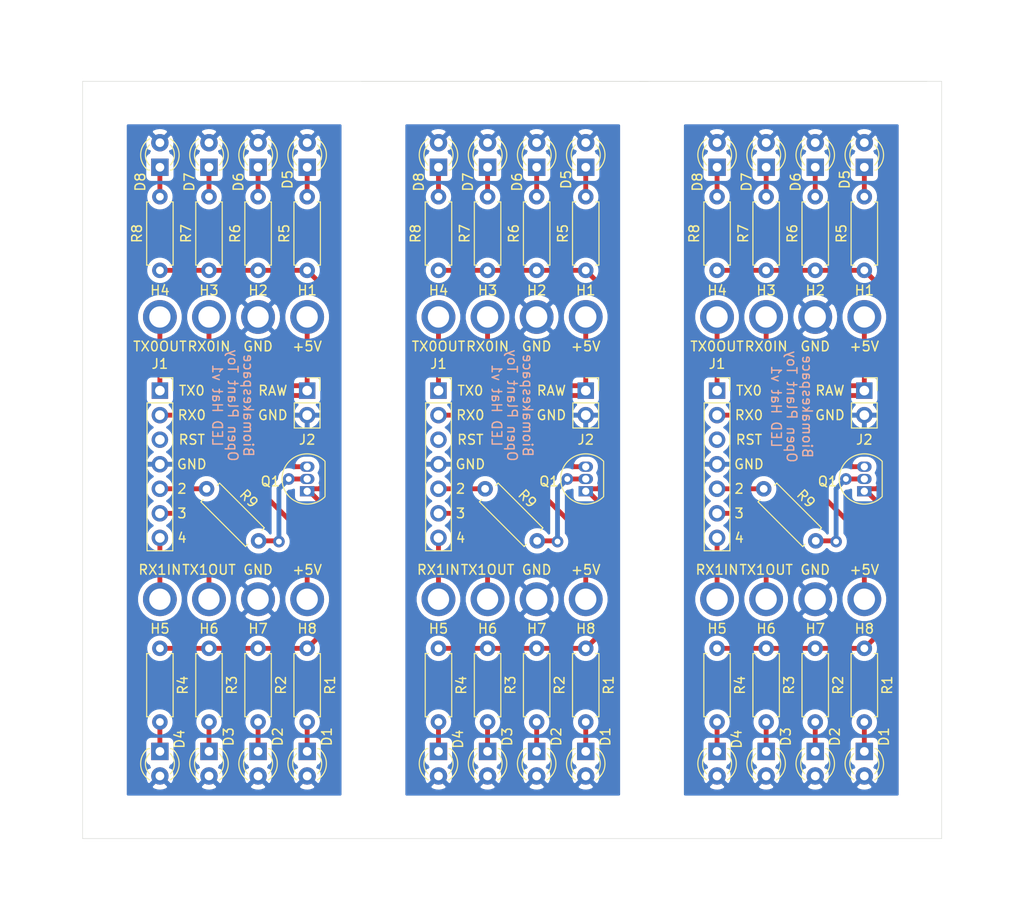
<source format=kicad_pcb>
(kicad_pcb (version 20171130) (host pcbnew 5.1.4-e60b266~84~ubuntu18.04.1)
  (layers (0 F.Cu signal) (31 B.Cu signal) (34 B.Paste user) (35 F.Paste user) (36 B.SilkS user) (37 F.SilkS user) (38 B.Mask user) (39 F.Mask user) (44 Edge.Cuts user))
  (net 0 "")
  (net 1 "Net-(D1-Pad1)")
  (module Resistor_THT:R_Axial_DIN0207_L6.3mm_D2.5mm_P7.62mm_Horizontal (layer F.Cu) (at 80.899 58.674 270)
    (fp_text reference R1 (at 3.81 -2.37 90) (layer F.SilkS))
    (fp_text value R_Axial_DIN0207_L6.3mm_D2.5mm_P7.62mm_Horizontal)
    (pad 2 thru_hole oval (at 7.62 0 270) (size 1.6 1.6) (drill 0.8) (layers *.Cu *.Mask))
    (pad 1 thru_hole circle (at 0 0 270) (size 1.6 1.6) (drill 0.8) (layers *.Cu *.Mask))
  )
  (module LED_THT:LED_D3.0mm_FlatTop (layer F.Cu) (at 75.819 69.342 270)
    (fp_text reference D2 (at -1.524 -2.032 90) (layer F.SilkS))
    (fp_text value LED_D3.0mm_FlatTop)
    (pad 1 thru_hole rect (at 0 0 270) (size 1.8 1.8) (drill 0.9) (layers *.Cu *.Mask))
    (pad 2 thru_hole circle (at 2.54 0 270) (size 1.8 1.8) (drill 0.9) (layers *.Cu *.Mask))
  )
  (module Package_TO_SOT_THT:TO-92_Inline (layer F.Cu) (at 80.899 42.418 90)
    (fp_text reference Q1 (at 1.016 -3.81 180) (layer F.SilkS))
    (fp_text value TO-92_Inline)
    (pad 1 thru_hole rect (at 0 0 90) (size 1.05 1.5) (drill 0.75) (layers *.Cu *.Mask))
    (pad 3 thru_hole oval (at 2.54 0 90) (size 1.05 1.5) (drill 0.75) (layers *.Cu *.Mask))
    (pad 2 thru_hole oval (at 1.27 0 90) (size 1.05 1.5) (drill 0.75) (layers *.Cu *.Mask))
  )
  (module Resistor_THT:R_Axial_DIN0207_L6.3mm_D2.5mm_P7.62mm_Horizontal (layer F.Cu) (at 70.739 58.674 270)
    (fp_text reference R3 (at 3.81 -2.37 90) (layer F.SilkS))
    (fp_text value R_Axial_DIN0207_L6.3mm_D2.5mm_P7.62mm_Horizontal)
    (pad 2 thru_hole oval (at 7.62 0 270) (size 1.6 1.6) (drill 0.8) (layers *.Cu *.Mask))
    (pad 1 thru_hole circle (at 0 0 270) (size 1.6 1.6) (drill 0.8) (layers *.Cu *.Mask))
  )
  (module MountingHole:MountingHole_2.2mm_M2_ISO7380_Pad (layer F.Cu) (at 75.819 53.594)
    (fp_text reference H7 (at 0 3.048) (layer F.SilkS))
    (fp_text value MountingHole_2.2mm_M2_ISO7380_Pad)
    (pad 1 thru_hole circle (at 0 0) (size 3.5 3.5) (drill 2.2) (layers *.Cu *.Mask))
  )
  (module LED_THT:LED_D3.0mm_FlatTop (layer F.Cu) (at 65.659 8.89 90)
    (fp_text reference D8 (at -1.524 -2.032 90) (layer F.SilkS))
    (fp_text value LED_D3.0mm_FlatTop)
    (pad 1 thru_hole rect (at 0 0 90) (size 1.8 1.8) (drill 0.9) (layers *.Cu *.Mask))
    (pad 2 thru_hole circle (at 2.54 0 90) (size 1.8 1.8) (drill 0.9) (layers *.Cu *.Mask))
  )
  (module LED_THT:LED_D3.0mm_FlatTop (layer F.Cu) (at 70.739 69.342 270)
    (fp_text reference D3 (at -1.524 -2.032 90) (layer F.SilkS))
    (fp_text value LED_D3.0mm_FlatTop)
    (pad 2 thru_hole circle (at 2.54 0 270) (size 1.8 1.8) (drill 0.9) (layers *.Cu *.Mask))
    (pad 1 thru_hole rect (at 0 0 270) (size 1.8 1.8) (drill 0.9) (layers *.Cu *.Mask))
  )
  (module LED_THT:LED_D3.0mm_FlatTop (layer F.Cu) (at 65.659 69.342 270)
    (fp_text reference D4 (at -1.27 -2.032 90) (layer F.SilkS))
    (fp_text value LED_D3.0mm_FlatTop)
    (pad 1 thru_hole rect (at 0 0 270) (size 1.8 1.8) (drill 0.9) (layers *.Cu *.Mask))
    (pad 2 thru_hole circle (at 2.54 0 270) (size 1.8 1.8) (drill 0.9) (layers *.Cu *.Mask))
  )
  (module Resistor_THT:R_Axial_DIN0207_L6.3mm_D2.5mm_P7.62mm_Horizontal (layer F.Cu) (at 75.819 58.674 270)
    (fp_text reference R2 (at 3.81 -2.37 90) (layer F.SilkS))
    (fp_text value R_Axial_DIN0207_L6.3mm_D2.5mm_P7.62mm_Horizontal)
    (pad 1 thru_hole circle (at 0 0 270) (size 1.6 1.6) (drill 0.8) (layers *.Cu *.Mask))
    (pad 2 thru_hole oval (at 7.62 0 270) (size 1.6 1.6) (drill 0.8) (layers *.Cu *.Mask))
  )
  (module MountingHole:MountingHole_2.2mm_M2_ISO7380_Pad (layer F.Cu) (at 70.739 24.384)
    (fp_text reference H3 (at 0 -2.75) (layer F.SilkS))
    (fp_text value MountingHole_2.2mm_M2_ISO7380_Pad)
    (pad 1 thru_hole circle (at 0 0) (size 3.5 3.5) (drill 2.2) (layers *.Cu *.Mask))
  )
  (module MountingHole:MountingHole_2.2mm_M2_ISO7380_Pad (layer F.Cu) (at 80.899 24.384)
    (fp_text reference H1 (at 0 -2.75) (layer F.SilkS))
    (fp_text value MountingHole_2.2mm_M2_ISO7380_Pad)
    (pad 1 thru_hole circle (at 0 0) (size 3.5 3.5) (drill 2.2) (layers *.Cu *.Mask))
  )
  (module LED_THT:LED_D3.0mm_FlatTop (layer F.Cu) (at 80.899 8.89 90)
    (fp_text reference D5 (at -1.27 -2.032 90) (layer F.SilkS))
    (fp_text value LED_D3.0mm_FlatTop)
    (pad 2 thru_hole circle (at 2.54 0 90) (size 1.8 1.8) (drill 0.9) (layers *.Cu *.Mask))
    (pad 1 thru_hole rect (at 0 0 90) (size 1.8 1.8) (drill 0.9) (layers *.Cu *.Mask))
  )
  (module Resistor_THT:R_Axial_DIN0207_L6.3mm_D2.5mm_P7.62mm_Horizontal (layer F.Cu) (at 70.485 42.164 315)
    (fp_text reference R9 (at 3.81 -2.37 135) (layer F.SilkS))
    (fp_text value R_Axial_DIN0207_L6.3mm_D2.5mm_P7.62mm_Horizontal)
    (pad 2 thru_hole oval (at 7.62 0 315) (size 1.6 1.6) (drill 0.8) (layers *.Cu *.Mask))
    (pad 1 thru_hole circle (at 0 0 315) (size 1.6 1.6) (drill 0.8) (layers *.Cu *.Mask))
  )
  (module MountingHole:MountingHole_2.2mm_M2_ISO7380_Pad (layer F.Cu) (at 65.659 53.594)
    (fp_text reference H5 (at 0 3.048) (layer F.SilkS))
    (fp_text value MountingHole_2.2mm_M2_ISO7380_Pad)
    (pad 1 thru_hole circle (at 0 0) (size 3.5 3.5) (drill 2.2) (layers *.Cu *.Mask))
  )
  (module Resistor_THT:R_Axial_DIN0207_L6.3mm_D2.5mm_P7.62mm_Horizontal (layer F.Cu) (at 75.819 19.558 90)
    (fp_text reference R6 (at 3.81 -2.37 90) (layer F.SilkS))
    (fp_text value R_Axial_DIN0207_L6.3mm_D2.5mm_P7.62mm_Horizontal)
    (pad 1 thru_hole circle (at 0 0 90) (size 1.6 1.6) (drill 0.8) (layers *.Cu *.Mask))
    (pad 2 thru_hole oval (at 7.62 0 90) (size 1.6 1.6) (drill 0.8) (layers *.Cu *.Mask))
  )
  (module Resistor_THT:R_Axial_DIN0207_L6.3mm_D2.5mm_P7.62mm_Horizontal (layer F.Cu) (at 70.739 19.558 90)
    (fp_text reference R7 (at 3.81 -2.37 90) (layer F.SilkS))
    (fp_text value R_Axial_DIN0207_L6.3mm_D2.5mm_P7.62mm_Horizontal)
    (pad 2 thru_hole oval (at 7.62 0 90) (size 1.6 1.6) (drill 0.8) (layers *.Cu *.Mask))
    (pad 1 thru_hole circle (at 0 0 90) (size 1.6 1.6) (drill 0.8) (layers *.Cu *.Mask))
  )
  (module LED_THT:LED_D3.0mm_FlatTop (layer F.Cu) (at 75.819 8.89 90)
    (fp_text reference D6 (at -1.524 -2.032 90) (layer F.SilkS))
    (fp_text value LED_D3.0mm_FlatTop)
    (pad 1 thru_hole rect (at 0 0 90) (size 1.8 1.8) (drill 0.9) (layers *.Cu *.Mask))
    (pad 2 thru_hole circle (at 2.54 0 90) (size 1.8 1.8) (drill 0.9) (layers *.Cu *.Mask))
  )
  (module MountingHole:MountingHole_2.2mm_M2_ISO7380_Pad (layer F.Cu) (at 65.659 24.384)
    (fp_text reference H4 (at 0 -2.75) (layer F.SilkS))
    (fp_text value MountingHole_2.2mm_M2_ISO7380_Pad)
    (pad 1 thru_hole circle (at 0 0) (size 3.5 3.5) (drill 2.2) (layers *.Cu *.Mask))
  )
  (module Connector_PinSocket_2.54mm:PinSocket_1x02_P2.54mm_Vertical (layer F.Cu) (at 80.899 32.004)
    (fp_text reference J2 (at 0 5.08) (layer F.SilkS))
    (fp_text value PinSocket_1x02_P2.54mm_Vertical)
    (pad 1 thru_hole rect (at 0 0) (size 1.7 1.7) (drill 1) (layers *.Cu *.Mask))
    (pad 2 thru_hole oval (at 0 2.54) (size 1.7 1.7) (drill 1) (layers *.Cu *.Mask))
  )
  (module Resistor_THT:R_Axial_DIN0207_L6.3mm_D2.5mm_P7.62mm_Horizontal (layer F.Cu) (at 80.899 19.558 90)
    (fp_text reference R5 (at 3.81 -2.37 90) (layer F.SilkS))
    (fp_text value R_Axial_DIN0207_L6.3mm_D2.5mm_P7.62mm_Horizontal)
    (pad 2 thru_hole oval (at 7.62 0 90) (size 1.6 1.6) (drill 0.8) (layers *.Cu *.Mask))
    (pad 1 thru_hole circle (at 0 0 90) (size 1.6 1.6) (drill 0.8) (layers *.Cu *.Mask))
  )
  (module MountingHole:MountingHole_2.2mm_M2_ISO7380_Pad (layer F.Cu) (at 75.819 24.384)
    (fp_text reference H2 (at 0 -2.75) (layer F.SilkS))
    (fp_text value MountingHole_2.2mm_M2_ISO7380_Pad)
    (pad 1 thru_hole circle (at 0 0) (size 3.5 3.5) (drill 2.2) (layers *.Cu *.Mask))
  )
  (module Connector_PinSocket_2.54mm:PinSocket_1x07_P2.54mm_Vertical (layer F.Cu) (at 65.659 32.004)
    (fp_text reference J1 (at 0 -2.77) (layer F.SilkS))
    (fp_text value PinSocket_1x07_P2.54mm_Vertical)
    (pad 1 thru_hole rect (at 0 0) (size 1.7 1.7) (drill 1) (layers *.Cu *.Mask))
    (pad 2 thru_hole oval (at 0 2.54) (size 1.7 1.7) (drill 1) (layers *.Cu *.Mask))
    (pad 3 thru_hole oval (at 0 5.08) (size 1.7 1.7) (drill 1) (layers *.Cu *.Mask))
    (pad 4 thru_hole oval (at 0 7.62) (size 1.7 1.7) (drill 1) (layers *.Cu *.Mask))
    (pad 5 thru_hole oval (at 0 10.16) (size 1.7 1.7) (drill 1) (layers *.Cu *.Mask))
    (pad 6 thru_hole oval (at 0 12.7) (size 1.7 1.7) (drill 1) (layers *.Cu *.Mask))
    (pad 7 thru_hole oval (at 0 15.24) (size 1.7 1.7) (drill 1) (layers *.Cu *.Mask))
  )
  (module Resistor_THT:R_Axial_DIN0207_L6.3mm_D2.5mm_P7.62mm_Horizontal (layer F.Cu) (at 65.659 19.558 90)
    (fp_text reference R8 (at 3.81 -2.37 90) (layer F.SilkS))
    (fp_text value R_Axial_DIN0207_L6.3mm_D2.5mm_P7.62mm_Horizontal)
    (pad 1 thru_hole circle (at 0 0 90) (size 1.6 1.6) (drill 0.8) (layers *.Cu *.Mask))
    (pad 2 thru_hole oval (at 7.62 0 90) (size 1.6 1.6) (drill 0.8) (layers *.Cu *.Mask))
  )
  (module MountingHole:MountingHole_2.2mm_M2_ISO7380_Pad (layer F.Cu) (at 80.899 53.594)
    (fp_text reference H8 (at 0 3.048) (layer F.SilkS))
    (fp_text value MountingHole_2.2mm_M2_ISO7380_Pad)
    (pad 1 thru_hole circle (at 0 0) (size 3.5 3.5) (drill 2.2) (layers *.Cu *.Mask))
  )
  (module MountingHole:MountingHole_2.2mm_M2_ISO7380_Pad (layer F.Cu) (at 70.739 53.594)
    (fp_text reference H6 (at 0 3.048) (layer F.SilkS))
    (fp_text value MountingHole_2.2mm_M2_ISO7380_Pad)
    (pad 1 thru_hole circle (at 0 0) (size 3.5 3.5) (drill 2.2) (layers *.Cu *.Mask))
  )
  (module LED_THT:LED_D3.0mm_FlatTop (layer F.Cu) (at 80.899 69.342 270)
    (fp_text reference D1 (at -1.524 -2.032 90) (layer F.SilkS))
    (fp_text value LED_D3.0mm_FlatTop)
    (pad 2 thru_hole circle (at 2.54 0 270) (size 1.8 1.8) (drill 0.9) (layers *.Cu *.Mask))
    (pad 1 thru_hole rect (at 0 0 270) (size 1.8 1.8) (drill 0.9) (layers *.Cu *.Mask))
  )
  (module LED_THT:LED_D3.0mm_FlatTop (layer F.Cu) (at 70.739 8.89 90)
    (fp_text reference D7 (at -1.524 -2.032 90) (layer F.SilkS))
    (fp_text value LED_D3.0mm_FlatTop)
    (pad 2 thru_hole circle (at 2.54 0 90) (size 1.8 1.8) (drill 0.9) (layers *.Cu *.Mask))
    (pad 1 thru_hole rect (at 0 0 90) (size 1.8 1.8) (drill 0.9) (layers *.Cu *.Mask))
  )
  (module Resistor_THT:R_Axial_DIN0207_L6.3mm_D2.5mm_P7.62mm_Horizontal (layer F.Cu) (at 65.659 58.674 270)
    (fp_text reference R4 (at 3.81 -2.37 90) (layer F.SilkS))
    (fp_text value R_Axial_DIN0207_L6.3mm_D2.5mm_P7.62mm_Horizontal)
    (pad 1 thru_hole circle (at 0 0 270) (size 1.6 1.6) (drill 0.8) (layers *.Cu *.Mask))
    (pad 2 thru_hole oval (at 7.62 0 270) (size 1.6 1.6) (drill 0.8) (layers *.Cu *.Mask))
  )
  (module Resistor_THT:R_Axial_DIN0207_L6.3mm_D2.5mm_P7.62mm_Horizontal (layer F.Cu) (at 41.91 58.674 270)
    (fp_text reference R3 (at 3.81 -2.37 90) (layer F.SilkS))
    (fp_text value R_Axial_DIN0207_L6.3mm_D2.5mm_P7.62mm_Horizontal)
    (pad 1 thru_hole circle (at 0 0 270) (size 1.6 1.6) (drill 0.8) (layers *.Cu *.Mask))
    (pad 2 thru_hole oval (at 7.62 0 270) (size 1.6 1.6) (drill 0.8) (layers *.Cu *.Mask))
  )
  (module LED_THT:LED_D3.0mm_FlatTop (layer F.Cu) (at 36.83 8.89 90)
    (fp_text reference D8 (at -1.524 -2.032 90) (layer F.SilkS))
    (fp_text value LED_D3.0mm_FlatTop)
    (pad 2 thru_hole circle (at 2.54 0 90) (size 1.8 1.8) (drill 0.9) (layers *.Cu *.Mask))
    (pad 1 thru_hole rect (at 0 0 90) (size 1.8 1.8) (drill 0.9) (layers *.Cu *.Mask))
  )
  (module LED_THT:LED_D3.0mm_FlatTop (layer F.Cu) (at 41.91 69.342 270)
    (fp_text reference D3 (at -1.524 -2.032 90) (layer F.SilkS))
    (fp_text value LED_D3.0mm_FlatTop)
    (pad 1 thru_hole rect (at 0 0 270) (size 1.8 1.8) (drill 0.9) (layers *.Cu *.Mask))
    (pad 2 thru_hole circle (at 2.54 0 270) (size 1.8 1.8) (drill 0.9) (layers *.Cu *.Mask))
  )
  (module Resistor_THT:R_Axial_DIN0207_L6.3mm_D2.5mm_P7.62mm_Horizontal (layer F.Cu) (at 36.83 19.558 90)
    (fp_text reference R8 (at 3.81 -2.37 90) (layer F.SilkS))
    (fp_text value R_Axial_DIN0207_L6.3mm_D2.5mm_P7.62mm_Horizontal)
    (pad 2 thru_hole oval (at 7.62 0 90) (size 1.6 1.6) (drill 0.8) (layers *.Cu *.Mask))
    (pad 1 thru_hole circle (at 0 0 90) (size 1.6 1.6) (drill 0.8) (layers *.Cu *.Mask))
  )
  (module Resistor_THT:R_Axial_DIN0207_L6.3mm_D2.5mm_P7.62mm_Horizontal (layer F.Cu) (at 36.83 58.674 270)
    (fp_text reference R4 (at 3.81 -2.37 90) (layer F.SilkS))
    (fp_text value R_Axial_DIN0207_L6.3mm_D2.5mm_P7.62mm_Horizontal)
    (pad 2 thru_hole oval (at 7.62 0 270) (size 1.6 1.6) (drill 0.8) (layers *.Cu *.Mask))
    (pad 1 thru_hole circle (at 0 0 270) (size 1.6 1.6) (drill 0.8) (layers *.Cu *.Mask))
  )
  (module LED_THT:LED_D3.0mm_FlatTop (layer F.Cu) (at 52.07 69.342 270)
    (fp_text reference D1 (at -1.524 -2.032 90) (layer F.SilkS))
    (fp_text value LED_D3.0mm_FlatTop)
    (pad 1 thru_hole rect (at 0 0 270) (size 1.8 1.8) (drill 0.9) (layers *.Cu *.Mask))
    (pad 2 thru_hole circle (at 2.54 0 270) (size 1.8 1.8) (drill 0.9) (layers *.Cu *.Mask))
  )
  (module LED_THT:LED_D3.0mm_FlatTop (layer F.Cu) (at 46.99 69.342 270)
    (fp_text reference D2 (at -1.524 -2.032 90) (layer F.SilkS))
    (fp_text value LED_D3.0mm_FlatTop)
    (pad 2 thru_hole circle (at 2.54 0 270) (size 1.8 1.8) (drill 0.9) (layers *.Cu *.Mask))
    (pad 1 thru_hole rect (at 0 0 270) (size 1.8 1.8) (drill 0.9) (layers *.Cu *.Mask))
  )
  (module LED_THT:LED_D3.0mm_FlatTop (layer F.Cu) (at 46.99 8.89 90)
    (fp_text reference D6 (at -1.524 -2.032 90) (layer F.SilkS))
    (fp_text value LED_D3.0mm_FlatTop)
    (pad 2 thru_hole circle (at 2.54 0 90) (size 1.8 1.8) (drill 0.9) (layers *.Cu *.Mask))
    (pad 1 thru_hole rect (at 0 0 90) (size 1.8 1.8) (drill 0.9) (layers *.Cu *.Mask))
  )
  (module LED_THT:LED_D3.0mm_FlatTop (layer F.Cu) (at 41.91 8.89 90)
    (fp_text reference D7 (at -1.524 -2.032 90) (layer F.SilkS))
    (fp_text value LED_D3.0mm_FlatTop)
    (pad 1 thru_hole rect (at 0 0 90) (size 1.8 1.8) (drill 0.9) (layers *.Cu *.Mask))
    (pad 2 thru_hole circle (at 2.54 0 90) (size 1.8 1.8) (drill 0.9) (layers *.Cu *.Mask))
  )
  (module Connector_PinSocket_2.54mm:PinSocket_1x02_P2.54mm_Vertical (layer F.Cu) (at 52.07 32.004)
    (fp_text reference J2 (at 0 5.08) (layer F.SilkS))
    (fp_text value PinSocket_1x02_P2.54mm_Vertical)
    (pad 2 thru_hole oval (at 0 2.54) (size 1.7 1.7) (drill 1) (layers *.Cu *.Mask))
    (pad 1 thru_hole rect (at 0 0) (size 1.7 1.7) (drill 1) (layers *.Cu *.Mask))
  )
  (module Resistor_THT:R_Axial_DIN0207_L6.3mm_D2.5mm_P7.62mm_Horizontal (layer F.Cu) (at 46.99 58.674 270)
    (fp_text reference R2 (at 3.81 -2.37 90) (layer F.SilkS))
    (fp_text value R_Axial_DIN0207_L6.3mm_D2.5mm_P7.62mm_Horizontal)
    (pad 2 thru_hole oval (at 7.62 0 270) (size 1.6 1.6) (drill 0.8) (layers *.Cu *.Mask))
    (pad 1 thru_hole circle (at 0 0 270) (size 1.6 1.6) (drill 0.8) (layers *.Cu *.Mask))
  )
  (module Resistor_THT:R_Axial_DIN0207_L6.3mm_D2.5mm_P7.62mm_Horizontal (layer F.Cu) (at 52.07 19.558 90)
    (fp_text reference R5 (at 3.81 -2.37 90) (layer F.SilkS))
    (fp_text value R_Axial_DIN0207_L6.3mm_D2.5mm_P7.62mm_Horizontal)
    (pad 1 thru_hole circle (at 0 0 90) (size 1.6 1.6) (drill 0.8) (layers *.Cu *.Mask))
    (pad 2 thru_hole oval (at 7.62 0 90) (size 1.6 1.6) (drill 0.8) (layers *.Cu *.Mask))
  )
  (module MountingHole:MountingHole_2.2mm_M2_ISO7380_Pad (layer F.Cu) (at 36.83 24.384)
    (fp_text reference H4 (at 0 -2.75) (layer F.SilkS))
    (fp_text value MountingHole_2.2mm_M2_ISO7380_Pad)
    (pad 1 thru_hole circle (at 0 0) (size 3.5 3.5) (drill 2.2) (layers *.Cu *.Mask))
  )
  (module Package_TO_SOT_THT:TO-92_Inline (layer F.Cu) (at 52.07 42.418 90)
    (fp_text reference Q1 (at 1.016 -3.81 180) (layer F.SilkS))
    (fp_text value TO-92_Inline)
    (pad 2 thru_hole oval (at 1.27 0 90) (size 1.05 1.5) (drill 0.75) (layers *.Cu *.Mask))
    (pad 3 thru_hole oval (at 2.54 0 90) (size 1.05 1.5) (drill 0.75) (layers *.Cu *.Mask))
    (pad 1 thru_hole rect (at 0 0 90) (size 1.05 1.5) (drill 0.75) (layers *.Cu *.Mask))
  )
  (module LED_THT:LED_D3.0mm_FlatTop (layer F.Cu) (at 52.07 8.89 90)
    (fp_text reference D5 (at -1.27 -2.032 90) (layer F.SilkS))
    (fp_text value LED_D3.0mm_FlatTop)
    (pad 1 thru_hole rect (at 0 0 90) (size 1.8 1.8) (drill 0.9) (layers *.Cu *.Mask))
    (pad 2 thru_hole circle (at 2.54 0 90) (size 1.8 1.8) (drill 0.9) (layers *.Cu *.Mask))
  )
  (module MountingHole:MountingHole_2.2mm_M2_ISO7380_Pad (layer F.Cu) (at 41.91 24.384)
    (fp_text reference H3 (at 0 -2.75) (layer F.SilkS))
    (fp_text value MountingHole_2.2mm_M2_ISO7380_Pad)
    (pad 1 thru_hole circle (at 0 0) (size 3.5 3.5) (drill 2.2) (layers *.Cu *.Mask))
  )
  (module Resistor_THT:R_Axial_DIN0207_L6.3mm_D2.5mm_P7.62mm_Horizontal (layer F.Cu) (at 41.91 19.558 90)
    (fp_text reference R7 (at 3.81 -2.37 90) (layer F.SilkS))
    (fp_text value R_Axial_DIN0207_L6.3mm_D2.5mm_P7.62mm_Horizontal)
    (pad 1 thru_hole circle (at 0 0 90) (size 1.6 1.6) (drill 0.8) (layers *.Cu *.Mask))
    (pad 2 thru_hole oval (at 7.62 0 90) (size 1.6 1.6) (drill 0.8) (layers *.Cu *.Mask))
  )
  (module Connector_PinSocket_2.54mm:PinSocket_1x07_P2.54mm_Vertical (layer F.Cu) (at 36.83 32.004)
    (fp_text reference J1 (at 0 -2.77) (layer F.SilkS))
    (fp_text value PinSocket_1x07_P2.54mm_Vertical)
    (pad 7 thru_hole oval (at 0 15.24) (size 1.7 1.7) (drill 1) (layers *.Cu *.Mask))
    (pad 6 thru_hole oval (at 0 12.7) (size 1.7 1.7) (drill 1) (layers *.Cu *.Mask))
    (pad 5 thru_hole oval (at 0 10.16) (size 1.7 1.7) (drill 1) (layers *.Cu *.Mask))
    (pad 4 thru_hole oval (at 0 7.62) (size 1.7 1.7) (drill 1) (layers *.Cu *.Mask))
    (pad 3 thru_hole oval (at 0 5.08) (size 1.7 1.7) (drill 1) (layers *.Cu *.Mask))
    (pad 2 thru_hole oval (at 0 2.54) (size 1.7 1.7) (drill 1) (layers *.Cu *.Mask))
    (pad 1 thru_hole rect (at 0 0) (size 1.7 1.7) (drill 1) (layers *.Cu *.Mask))
  )
  (module LED_THT:LED_D3.0mm_FlatTop (layer F.Cu) (at 36.83 69.342 270)
    (fp_text reference D4 (at -1.27 -2.032 90) (layer F.SilkS))
    (fp_text value LED_D3.0mm_FlatTop)
    (pad 2 thru_hole circle (at 2.54 0 270) (size 1.8 1.8) (drill 0.9) (layers *.Cu *.Mask))
    (pad 1 thru_hole rect (at 0 0 270) (size 1.8 1.8) (drill 0.9) (layers *.Cu *.Mask))
  )
  (module MountingHole:MountingHole_2.2mm_M2_ISO7380_Pad (layer F.Cu) (at 52.07 24.384)
    (fp_text reference H1 (at 0 -2.75) (layer F.SilkS))
    (fp_text value MountingHole_2.2mm_M2_ISO7380_Pad)
    (pad 1 thru_hole circle (at 0 0) (size 3.5 3.5) (drill 2.2) (layers *.Cu *.Mask))
  )
  (module MountingHole:MountingHole_2.2mm_M2_ISO7380_Pad (layer F.Cu) (at 36.83 53.594)
    (fp_text reference H5 (at 0 3.048) (layer F.SilkS))
    (fp_text value MountingHole_2.2mm_M2_ISO7380_Pad)
    (pad 1 thru_hole circle (at 0 0) (size 3.5 3.5) (drill 2.2) (layers *.Cu *.Mask))
  )
  (module Resistor_THT:R_Axial_DIN0207_L6.3mm_D2.5mm_P7.62mm_Horizontal (layer F.Cu) (at 46.99 19.558 90)
    (fp_text reference R6 (at 3.81 -2.37 90) (layer F.SilkS))
    (fp_text value R_Axial_DIN0207_L6.3mm_D2.5mm_P7.62mm_Horizontal)
    (pad 2 thru_hole oval (at 7.62 0 90) (size 1.6 1.6) (drill 0.8) (layers *.Cu *.Mask))
    (pad 1 thru_hole circle (at 0 0 90) (size 1.6 1.6) (drill 0.8) (layers *.Cu *.Mask))
  )
  (module MountingHole:MountingHole_2.2mm_M2_ISO7380_Pad (layer F.Cu) (at 41.91 53.594)
    (fp_text reference H6 (at 0 3.048) (layer F.SilkS))
    (fp_text value MountingHole_2.2mm_M2_ISO7380_Pad)
    (pad 1 thru_hole circle (at 0 0) (size 3.5 3.5) (drill 2.2) (layers *.Cu *.Mask))
  )
  (module MountingHole:MountingHole_2.2mm_M2_ISO7380_Pad (layer F.Cu) (at 52.07 53.594)
    (fp_text reference H8 (at 0 3.048) (layer F.SilkS))
    (fp_text value MountingHole_2.2mm_M2_ISO7380_Pad)
    (pad 1 thru_hole circle (at 0 0) (size 3.5 3.5) (drill 2.2) (layers *.Cu *.Mask))
  )
  (module MountingHole:MountingHole_2.2mm_M2_ISO7380_Pad (layer F.Cu) (at 46.99 53.594)
    (fp_text reference H7 (at 0 3.048) (layer F.SilkS))
    (fp_text value MountingHole_2.2mm_M2_ISO7380_Pad)
    (pad 1 thru_hole circle (at 0 0) (size 3.5 3.5) (drill 2.2) (layers *.Cu *.Mask))
  )
  (module Resistor_THT:R_Axial_DIN0207_L6.3mm_D2.5mm_P7.62mm_Horizontal (layer F.Cu) (at 52.07 58.674 270)
    (fp_text reference R1 (at 3.81 -2.37 90) (layer F.SilkS))
    (fp_text value R_Axial_DIN0207_L6.3mm_D2.5mm_P7.62mm_Horizontal)
    (pad 1 thru_hole circle (at 0 0 270) (size 1.6 1.6) (drill 0.8) (layers *.Cu *.Mask))
    (pad 2 thru_hole oval (at 7.62 0 270) (size 1.6 1.6) (drill 0.8) (layers *.Cu *.Mask))
  )
  (module Resistor_THT:R_Axial_DIN0207_L6.3mm_D2.5mm_P7.62mm_Horizontal (layer F.Cu) (at 41.656 42.164 315)
    (fp_text reference R9 (at 3.81 -2.37 135) (layer F.SilkS))
    (fp_text value R_Axial_DIN0207_L6.3mm_D2.5mm_P7.62mm_Horizontal)
    (pad 1 thru_hole circle (at 0 0 315) (size 1.6 1.6) (drill 0.8) (layers *.Cu *.Mask))
    (pad 2 thru_hole oval (at 7.62 0 315) (size 1.6 1.6) (drill 0.8) (layers *.Cu *.Mask))
  )
  (module MountingHole:MountingHole_2.2mm_M2_ISO7380_Pad (layer F.Cu) (at 46.99 24.384)
    (fp_text reference H2 (at 0 -2.75) (layer F.SilkS))
    (fp_text value MountingHole_2.2mm_M2_ISO7380_Pad)
    (pad 1 thru_hole circle (at 0 0) (size 3.5 3.5) (drill 2.2) (layers *.Cu *.Mask))
  )
  (module LED_THT:LED_D3.0mm_FlatTop (layer F.Cu) (at 8.001 8.89 90)
    (fp_text reference D8 (at -1.524 -2.032 90) (layer F.SilkS))
    (fp_text value LED_D3.0mm_FlatTop)
    (pad 1 thru_hole rect (at 0 0 90) (size 1.8 1.8) (drill 0.9) (layers *.Cu *.Mask))
    (pad 2 thru_hole circle (at 2.54 0 90) (size 1.8 1.8) (drill 0.9) (layers *.Cu *.Mask) (net 1 "Net-(D1-Pad1)"))
  )
  (module Resistor_THT:R_Axial_DIN0207_L6.3mm_D2.5mm_P7.62mm_Horizontal (layer F.Cu) (at 8.001 19.558 90)
    (fp_text reference R8 (at 3.81 -2.37 90) (layer F.SilkS))
    (fp_text value R_Axial_DIN0207_L6.3mm_D2.5mm_P7.62mm_Horizontal)
    (pad 1 thru_hole circle (at 0 0 90) (size 1.6 1.6) (drill 0.8) (layers *.Cu *.Mask))
    (pad 2 thru_hole oval (at 7.62 0 90) (size 1.6 1.6) (drill 0.8) (layers *.Cu *.Mask))
  )
  (module Resistor_THT:R_Axial_DIN0207_L6.3mm_D2.5mm_P7.62mm_Horizontal (layer F.Cu) (at 23.241 19.558 90)
    (fp_text reference R5 (at 3.81 -2.37 90) (layer F.SilkS))
    (fp_text value R_Axial_DIN0207_L6.3mm_D2.5mm_P7.62mm_Horizontal)
    (pad 2 thru_hole oval (at 7.62 0 90) (size 1.6 1.6) (drill 0.8) (layers *.Cu *.Mask))
    (pad 1 thru_hole circle (at 0 0 90) (size 1.6 1.6) (drill 0.8) (layers *.Cu *.Mask))
  )
  (module LED_THT:LED_D3.0mm_FlatTop (layer F.Cu) (at 13.081 8.89 90)
    (fp_text reference D7 (at -1.524 -2.032 90) (layer F.SilkS))
    (fp_text value LED_D3.0mm_FlatTop)
    (pad 2 thru_hole circle (at 2.54 0 90) (size 1.8 1.8) (drill 0.9) (layers *.Cu *.Mask) (net 1 "Net-(D1-Pad1)"))
    (pad 1 thru_hole rect (at 0 0 90) (size 1.8 1.8) (drill 0.9) (layers *.Cu *.Mask))
  )
  (module LED_THT:LED_D3.0mm_FlatTop (layer F.Cu) (at 23.241 8.89 90)
    (fp_text reference D5 (at -1.27 -2.032 90) (layer F.SilkS))
    (fp_text value LED_D3.0mm_FlatTop)
    (pad 2 thru_hole circle (at 2.54 0 90) (size 1.8 1.8) (drill 0.9) (layers *.Cu *.Mask) (net 1 "Net-(D1-Pad1)"))
    (pad 1 thru_hole rect (at 0 0 90) (size 1.8 1.8) (drill 0.9) (layers *.Cu *.Mask))
  )
  (module Resistor_THT:R_Axial_DIN0207_L6.3mm_D2.5mm_P7.62mm_Horizontal (layer F.Cu) (at 18.161 19.558 90)
    (fp_text reference R6 (at 3.81 -2.37 90) (layer F.SilkS))
    (fp_text value R_Axial_DIN0207_L6.3mm_D2.5mm_P7.62mm_Horizontal)
    (pad 1 thru_hole circle (at 0 0 90) (size 1.6 1.6) (drill 0.8) (layers *.Cu *.Mask))
    (pad 2 thru_hole oval (at 7.62 0 90) (size 1.6 1.6) (drill 0.8) (layers *.Cu *.Mask))
  )
  (module LED_THT:LED_D3.0mm_FlatTop (layer F.Cu) (at 18.161 8.89 90)
    (fp_text reference D6 (at -1.524 -2.032 90) (layer F.SilkS))
    (fp_text value LED_D3.0mm_FlatTop)
    (pad 1 thru_hole rect (at 0 0 90) (size 1.8 1.8) (drill 0.9) (layers *.Cu *.Mask))
    (pad 2 thru_hole circle (at 2.54 0 90) (size 1.8 1.8) (drill 0.9) (layers *.Cu *.Mask) (net 1 "Net-(D1-Pad1)"))
  )
  (module Resistor_THT:R_Axial_DIN0207_L6.3mm_D2.5mm_P7.62mm_Horizontal (layer F.Cu) (at 13.081 19.558 90)
    (fp_text reference R7 (at 3.81 -2.37 90) (layer F.SilkS))
    (fp_text value R_Axial_DIN0207_L6.3mm_D2.5mm_P7.62mm_Horizontal)
    (pad 2 thru_hole oval (at 7.62 0 90) (size 1.6 1.6) (drill 0.8) (layers *.Cu *.Mask))
    (pad 1 thru_hole circle (at 0 0 90) (size 1.6 1.6) (drill 0.8) (layers *.Cu *.Mask))
  )
  (module LED_THT:LED_D3.0mm_FlatTop (layer F.Cu) (at 8.001 69.342 270)
    (fp_text reference D4 (at -1.27 -2.032 90) (layer F.SilkS))
    (fp_text value LED_D3.0mm_FlatTop)
    (pad 1 thru_hole rect (at 0 0 270) (size 1.8 1.8) (drill 0.9) (layers *.Cu *.Mask))
    (pad 2 thru_hole circle (at 2.54 0 270) (size 1.8 1.8) (drill 0.9) (layers *.Cu *.Mask) (net 1 "Net-(D1-Pad1)"))
  )
  (module LED_THT:LED_D3.0mm_FlatTop (layer F.Cu) (at 13.081 69.342 270)
    (fp_text reference D3 (at -1.524 -2.032 90) (layer F.SilkS))
    (fp_text value LED_D3.0mm_FlatTop)
    (pad 2 thru_hole circle (at 2.54 0 270) (size 1.8 1.8) (drill 0.9) (layers *.Cu *.Mask) (net 1 "Net-(D1-Pad1)"))
    (pad 1 thru_hole rect (at 0 0 270) (size 1.8 1.8) (drill 0.9) (layers *.Cu *.Mask))
  )
  (module LED_THT:LED_D3.0mm_FlatTop (layer F.Cu) (at 18.161 69.342 270)
    (fp_text reference D2 (at -1.524 -2.032 90) (layer F.SilkS))
    (fp_text value LED_D3.0mm_FlatTop)
    (pad 1 thru_hole rect (at 0 0 270) (size 1.8 1.8) (drill 0.9) (layers *.Cu *.Mask))
    (pad 2 thru_hole circle (at 2.54 0 270) (size 1.8 1.8) (drill 0.9) (layers *.Cu *.Mask) (net 1 "Net-(D1-Pad1)"))
  )
  (module LED_THT:LED_D3.0mm_FlatTop (layer F.Cu) (at 23.241 69.342 270)
    (fp_text reference D1 (at -1.524 -2.032 90) (layer F.SilkS))
    (fp_text value LED_D3.0mm_FlatTop)
    (pad 2 thru_hole circle (at 2.54 0 270) (size 1.8 1.8) (drill 0.9) (layers *.Cu *.Mask) (net 1 "Net-(D1-Pad1)"))
    (pad 1 thru_hole rect (at 0 0 270) (size 1.8 1.8) (drill 0.9) (layers *.Cu *.Mask))
  )
  (module Resistor_THT:R_Axial_DIN0207_L6.3mm_D2.5mm_P7.62mm_Horizontal (layer F.Cu) (at 8.001 58.674 270)
    (fp_text reference R4 (at 3.81 -2.37 90) (layer F.SilkS))
    (fp_text value R_Axial_DIN0207_L6.3mm_D2.5mm_P7.62mm_Horizontal)
    (pad 1 thru_hole circle (at 0 0 270) (size 1.6 1.6) (drill 0.8) (layers *.Cu *.Mask))
    (pad 2 thru_hole oval (at 7.62 0 270) (size 1.6 1.6) (drill 0.8) (layers *.Cu *.Mask))
  )
  (module Resistor_THT:R_Axial_DIN0207_L6.3mm_D2.5mm_P7.62mm_Horizontal (layer F.Cu) (at 13.081 58.674 270)
    (fp_text reference R3 (at 3.81 -2.37 90) (layer F.SilkS))
    (fp_text value R_Axial_DIN0207_L6.3mm_D2.5mm_P7.62mm_Horizontal)
    (pad 2 thru_hole oval (at 7.62 0 270) (size 1.6 1.6) (drill 0.8) (layers *.Cu *.Mask))
    (pad 1 thru_hole circle (at 0 0 270) (size 1.6 1.6) (drill 0.8) (layers *.Cu *.Mask))
  )
  (module Resistor_THT:R_Axial_DIN0207_L6.3mm_D2.5mm_P7.62mm_Horizontal (layer F.Cu) (at 18.161 58.674 270)
    (fp_text reference R2 (at 3.81 -2.37 90) (layer F.SilkS))
    (fp_text value R_Axial_DIN0207_L6.3mm_D2.5mm_P7.62mm_Horizontal)
    (pad 1 thru_hole circle (at 0 0 270) (size 1.6 1.6) (drill 0.8) (layers *.Cu *.Mask))
    (pad 2 thru_hole oval (at 7.62 0 270) (size 1.6 1.6) (drill 0.8) (layers *.Cu *.Mask))
  )
  (module Resistor_THT:R_Axial_DIN0207_L6.3mm_D2.5mm_P7.62mm_Horizontal (layer F.Cu) (at 23.241 58.674 270)
    (fp_text reference R1 (at 3.81 -2.37 90) (layer F.SilkS))
    (fp_text value R_Axial_DIN0207_L6.3mm_D2.5mm_P7.62mm_Horizontal)
    (pad 2 thru_hole oval (at 7.62 0 270) (size 1.6 1.6) (drill 0.8) (layers *.Cu *.Mask))
    (pad 1 thru_hole circle (at 0 0 270) (size 1.6 1.6) (drill 0.8) (layers *.Cu *.Mask))
  )
  (module Resistor_THT:R_Axial_DIN0207_L6.3mm_D2.5mm_P7.62mm_Horizontal (layer F.Cu) (at 12.827 42.164 315)
    (fp_text reference R9 (at 3.81 -2.37 135) (layer F.SilkS))
    (fp_text value R_Axial_DIN0207_L6.3mm_D2.5mm_P7.62mm_Horizontal)
    (pad 2 thru_hole oval (at 7.62 0 315) (size 1.6 1.6) (drill 0.8) (layers *.Cu *.Mask))
    (pad 1 thru_hole circle (at 0 0 315) (size 1.6 1.6) (drill 0.8) (layers *.Cu *.Mask))
  )
  (module Package_TO_SOT_THT:TO-92_Inline (layer F.Cu) (at 23.241 42.418 90)
    (fp_text reference Q1 (at 1.016 -3.81 180) (layer F.SilkS))
    (fp_text value TO-92_Inline)
    (pad 1 thru_hole rect (at 0 0 90) (size 1.05 1.5) (drill 0.75) (layers *.Cu *.Mask))
    (pad 3 thru_hole oval (at 2.54 0 90) (size 1.05 1.5) (drill 0.75) (layers *.Cu *.Mask))
    (pad 2 thru_hole oval (at 1.27 0 90) (size 1.05 1.5) (drill 0.75) (layers *.Cu *.Mask))
  )
  (module MountingHole:MountingHole_2.2mm_M2_ISO7380_Pad (layer F.Cu) (at 13.081 24.384)
    (fp_text reference H3 (at 0 -2.75) (layer F.SilkS))
    (fp_text value MountingHole_2.2mm_M2_ISO7380_Pad)
    (pad 1 thru_hole circle (at 0 0) (size 3.5 3.5) (drill 2.2) (layers *.Cu *.Mask))
  )
  (module MountingHole:MountingHole_2.2mm_M2_ISO7380_Pad (layer F.Cu) (at 13.081 53.594)
    (fp_text reference H6 (at 0 3.048) (layer F.SilkS))
    (fp_text value MountingHole_2.2mm_M2_ISO7380_Pad)
    (pad 1 thru_hole circle (at 0 0) (size 3.5 3.5) (drill 2.2) (layers *.Cu *.Mask))
  )
  (module MountingHole:MountingHole_2.2mm_M2_ISO7380_Pad (layer F.Cu) (at 18.161 24.384)
    (fp_text reference H2 (at 0 -2.75) (layer F.SilkS))
    (fp_text value MountingHole_2.2mm_M2_ISO7380_Pad)
    (pad 1 thru_hole circle (at 0 0) (size 3.5 3.5) (drill 2.2) (layers *.Cu *.Mask) (net 1 "Net-(D1-Pad1)"))
  )
  (module Connector_PinSocket_2.54mm:PinSocket_1x07_P2.54mm_Vertical (layer F.Cu) (at 8.001 32.004)
    (fp_text reference J1 (at 0 -2.77) (layer F.SilkS))
    (fp_text value PinSocket_1x07_P2.54mm_Vertical)
    (pad 1 thru_hole rect (at 0 0) (size 1.7 1.7) (drill 1) (layers *.Cu *.Mask))
    (pad 2 thru_hole oval (at 0 2.54) (size 1.7 1.7) (drill 1) (layers *.Cu *.Mask))
    (pad 3 thru_hole oval (at 0 5.08) (size 1.7 1.7) (drill 1) (layers *.Cu *.Mask))
    (pad 4 thru_hole oval (at 0 7.62) (size 1.7 1.7) (drill 1) (layers *.Cu *.Mask) (net 1 "Net-(D1-Pad1)"))
    (pad 5 thru_hole oval (at 0 10.16) (size 1.7 1.7) (drill 1) (layers *.Cu *.Mask))
    (pad 6 thru_hole oval (at 0 12.7) (size 1.7 1.7) (drill 1) (layers *.Cu *.Mask))
    (pad 7 thru_hole oval (at 0 15.24) (size 1.7 1.7) (drill 1) (layers *.Cu *.Mask))
  )
  (module Connector_PinSocket_2.54mm:PinSocket_1x02_P2.54mm_Vertical (layer F.Cu) (at 23.241 32.004)
    (fp_text reference J2 (at 0 5.08) (layer F.SilkS))
    (fp_text value PinSocket_1x02_P2.54mm_Vertical)
    (pad 1 thru_hole rect (at 0 0) (size 1.7 1.7) (drill 1) (layers *.Cu *.Mask))
    (pad 2 thru_hole oval (at 0 2.54) (size 1.7 1.7) (drill 1) (layers *.Cu *.Mask) (net 1 "Net-(D1-Pad1)"))
  )
  (module MountingHole:MountingHole_2.2mm_M2_ISO7380_Pad (layer F.Cu) (at 8.001 24.384)
    (fp_text reference H4 (at 0 -2.75) (layer F.SilkS))
    (fp_text value MountingHole_2.2mm_M2_ISO7380_Pad)
    (pad 1 thru_hole circle (at 0 0) (size 3.5 3.5) (drill 2.2) (layers *.Cu *.Mask))
  )
  (module MountingHole:MountingHole_2.2mm_M2_ISO7380_Pad (layer F.Cu) (at 18.161 53.594)
    (fp_text reference H7 (at 0 3.048) (layer F.SilkS))
    (fp_text value MountingHole_2.2mm_M2_ISO7380_Pad)
    (pad 1 thru_hole circle (at 0 0) (size 3.5 3.5) (drill 2.2) (layers *.Cu *.Mask) (net 1 "Net-(D1-Pad1)"))
  )
  (module MountingHole:MountingHole_2.2mm_M2_ISO7380_Pad (layer F.Cu) (at 23.241 53.594)
    (fp_text reference H8 (at 0 3.048) (layer F.SilkS))
    (fp_text value MountingHole_2.2mm_M2_ISO7380_Pad)
    (pad 1 thru_hole circle (at 0 0) (size 3.5 3.5) (drill 2.2) (layers *.Cu *.Mask))
  )
  (module MountingHole:MountingHole_2.2mm_M2_ISO7380_Pad (layer F.Cu) (at 8.001 53.594)
    (fp_text reference H5 (at 0 3.048) (layer F.SilkS))
    (fp_text value MountingHole_2.2mm_M2_ISO7380_Pad)
    (pad 1 thru_hole circle (at 0 0) (size 3.5 3.5) (drill 2.2) (layers *.Cu *.Mask))
  )
  (module MountingHole:MountingHole_2.2mm_M2_ISO7380_Pad (layer F.Cu) (at 23.241 24.384)
    (fp_text reference H1 (at 0 -2.75) (layer F.SilkS))
    (fp_text value MountingHole_2.2mm_M2_ISO7380_Pad)
    (pad 1 thru_hole circle (at 0 0) (size 3.5 3.5) (drill 2.2) (layers *.Cu *.Mask))
  )
  (gr_text "Biomakespace\nOpen Plant Toy\nLED Hat v1" (at 15.5448 33.528 270) (layer B.SilkS) (effects (font (size 1 1)) (justify mirror)))
  (gr_text "Biomakespace\nOpen Plant Toy\nLED Hat v1" (at 44.45 33.528 270) (layer B.SilkS) (effects (font (size 1 1)) (justify mirror)))
  (gr_text "Biomakespace\nOpen Plant Toy\nLED Hat v1" (at 73.3806 33.655 270) (layer B.SilkS) (effects (font (size 1 1)) (justify mirror)))
  (gr_line (start 88.9 78.359) (end 88.9 0) (layer Edge.Cuts) (width 0.05))
  (gr_line (start 0 78.359) (end 88.9 78.359) (layer Edge.Cuts) (width 0.05))
  (gr_line (start 0 0) (end 0 78.359) (layer Edge.Cuts) (width 0.05))
  (gr_text 3 (at 67.945 44.704) (layer F.SilkS) (effects (font (size 1 1))))
  (gr_text 4 (at 67.945 47.244) (layer F.SilkS) (effects (font (size 1 1))))
  (gr_text TX0 (at 68.961 32.004) (layer F.SilkS) (effects (font (size 1 1))))
  (gr_text GND (at 75.819 27.432) (layer F.SilkS) (effects (font (size 1 1))))
  (gr_text 2 (at 67.945 42.164) (layer F.SilkS) (effects (font (size 1 1))))
  (gr_text RX1IN (at 65.659 50.546) (layer F.SilkS) (effects (font (size 1 1))))
  (gr_text GND (at 75.819 50.546) (layer F.SilkS) (effects (font (size 1 1))))
  (gr_text +5V (at 80.899 50.546) (layer F.SilkS) (effects (font (size 1 1))))
  (gr_text RAW (at 77.343 32.004) (layer F.SilkS) (effects (font (size 1 1))))
  (gr_text TX1OUT (at 70.739 50.546) (layer F.SilkS) (effects (font (size 1 1))))
  (gr_text GND (at 77.343 34.544) (layer F.SilkS) (effects (font (size 1 1))))
  (gr_text RX0 (at 68.961 34.544) (layer F.SilkS) (effects (font (size 1 1))))
  (gr_text TX0OUT (at 65.659 27.432) (layer F.SilkS) (effects (font (size 1 1))))
  (gr_line (start 88.9 0) (end 57.658 0) (layer Edge.Cuts) (width 0.05))
  (gr_text RX0IN (at 70.739 27.432) (layer F.SilkS) (effects (font (size 1 1))))
  (gr_text GND (at 68.961 39.624) (layer F.SilkS) (effects (font (size 1 1))))
  (gr_text +5V (at 80.899 27.432) (layer F.SilkS) (effects (font (size 1 1))))
  (gr_text RST (at 68.961 37.084) (layer F.SilkS) (effects (font (size 1 1))))
  (gr_text TX0 (at 40.132 32.004) (layer F.SilkS) (effects (font (size 1 1))))
  (gr_text GND (at 46.99 27.432) (layer F.SilkS) (effects (font (size 1 1))))
  (gr_text 2 (at 39.116 42.164) (layer F.SilkS) (effects (font (size 1 1))))
  (gr_text RX1IN (at 36.83 50.546) (layer F.SilkS) (effects (font (size 1 1))))
  (gr_text GND (at 46.99 50.546) (layer F.SilkS) (effects (font (size 1 1))))
  (gr_text +5V (at 52.07 50.546) (layer F.SilkS) (effects (font (size 1 1))))
  (gr_text RAW (at 48.514 32.004) (layer F.SilkS) (effects (font (size 1 1))))
  (gr_text RST (at 40.132 37.084) (layer F.SilkS) (effects (font (size 1 1))))
  (gr_text GND (at 48.514 34.544) (layer F.SilkS) (effects (font (size 1 1))))
  (gr_text TX0OUT (at 36.83 27.432) (layer F.SilkS) (effects (font (size 1 1))))
  (gr_text RX0IN (at 41.91 27.432) (layer F.SilkS) (effects (font (size 1 1))))
  (gr_text RX0 (at 40.132 34.544) (layer F.SilkS) (effects (font (size 1 1))))
  (gr_text +5V (at 52.07 27.432) (layer F.SilkS) (effects (font (size 1 1))))
  (gr_text 3 (at 39.116 44.704) (layer F.SilkS) (effects (font (size 1 1))))
  (gr_text TX1OUT (at 41.91 50.546) (layer F.SilkS) (effects (font (size 1 1))))
  (gr_text GND (at 40.132 39.624) (layer F.SilkS) (effects (font (size 1 1))))
  (gr_text 4 (at 39.116 47.244) (layer F.SilkS) (effects (font (size 1 1))))
  (gr_line (start 87.376 0) (end 28.829 0) (layer Edge.Cuts) (width 0.05))
  (gr_line (start 58.547 0) (end 0 0) (layer Edge.Cuts) (width 0.05))
  (gr_text 4 (at 10.287 47.244) (layer F.SilkS) (effects (font (size 1 1))))
  (gr_text GND (at 11.303 39.624) (layer F.SilkS) (effects (font (size 1 1))))
  (gr_text TX1OUT (at 13.081 50.546) (layer F.SilkS) (effects (font (size 1 1))))
  (gr_text 3 (at 10.287 44.704) (layer F.SilkS) (effects (font (size 1 1))))
  (gr_text +5V (at 23.241 27.432) (layer F.SilkS) (effects (font (size 1 1))))
  (gr_text RX0 (at 11.303 34.544) (layer F.SilkS) (effects (font (size 1 1))))
  (gr_text RX0IN (at 13.081 27.432) (layer F.SilkS) (effects (font (size 1 1))))
  (gr_text TX0OUT (at 8.001 27.432) (layer F.SilkS) (effects (font (size 1 1))))
  (gr_text GND (at 19.685 34.544) (layer F.SilkS) (effects (font (size 1 1))))
  (gr_text RST (at 11.303 37.084) (layer F.SilkS) (effects (font (size 1 1))))
  (gr_text RAW (at 19.685 32.004) (layer F.SilkS) (effects (font (size 1 1))))
  (gr_text +5V (at 23.241 50.546) (layer F.SilkS) (effects (font (size 1 1))))
  (gr_text GND (at 18.161 50.546) (layer F.SilkS) (effects (font (size 1 1))))
  (gr_text RX1IN (at 8.001 50.546) (layer F.SilkS) (effects (font (size 1 1))))
  (gr_text 2 (at 10.287 42.164) (layer F.SilkS) (effects (font (size 1 1))))
  (gr_text GND (at 18.161 27.432) (layer F.SilkS) (effects (font (size 1 1))))
  (gr_text TX0 (at 11.303 32.004) (layer F.SilkS) (effects (font (size 1 1))))
  (segment (start 8.001 47.244) (end 8.001 53.594) (width 0.5) (layer F.Cu) (net 0))
  (segment (start 13.081 46.736) (end 13.081 53.594) (width 0.5) (layer F.Cu) (net 0))
  (segment (start 13.081 24.384) (end 13.081 32.258) (width 0.5) (layer F.Cu) (net 0))
  (segment (start 20.701 32.512) (end 19.431 33.782) (width 0.5) (layer F.Cu) (net 0))
  (segment (start 23.241 24.384) (end 23.241 32.004) (width 0.5) (layer F.Cu) (net 0))
  (segment (start 8.001 44.704) (end 11.049 44.704) (width 0.5) (layer F.Cu) (net 0))
  (segment (start 8.001 24.384) (end 8.001 32.004) (width 0.5) (layer F.Cu) (net 0))
  (segment (start 13.081 32.258) (end 10.795 34.544) (width 0.5) (layer F.Cu) (net 0))
  (segment (start 23.241 32.512) (end 20.701 32.512) (width 0.5) (layer F.Cu) (net 0))
  (segment (start 10.795 34.544) (end 8.001 34.544) (width 0.5) (layer F.Cu) (net 0))
  (segment (start 11.049 44.704) (end 13.081 46.736) (width 0.5) (layer F.Cu) (net 0))
  (segment (start 19.431 35.56) (end 19.431 35.814) (width 0.5) (layer F.Cu) (net 0))
  (segment (start 19.431 35.56) (end 19.431 37.084) (width 0.5) (layer F.Cu) (net 0))
  (segment (start 19.431 33.782) (end 19.431 36.068) (width 0.5) (layer F.Cu) (net 0))
  (segment (start 23.241 31.496) (end 19.431 31.496) (width 0.5) (layer F.Cu) (net 0))
  (segment (start 8.001 42.164) (end 12.827 42.164) (width 0.5) (layer F.Cu) (net 0))
  (segment (start 23.241 41.148) (end 23.016 41.148) (width 0.5) (layer F.Cu) (net 0))
  (segment (start 19.431 37.318) (end 19.431 35.56) (width 0.5) (layer F.Cu) (net 0))
  (segment (start 21.991 39.878) (end 19.431 37.318) (width 0.5) (layer F.Cu) (net 0))
  (segment (start 23.241 39.878) (end 21.991 39.878) (width 0.5) (layer F.Cu) (net 0))
  (segment (start 18.034 32.893) (end 18.034 42.037) (width 0.5) (layer F.Cu) (net 0))
  (segment (start 19.431 31.496) (end 18.034 32.893) (width 0.5) (layer F.Cu) (net 0))
  (segment (start 18.034 42.037) (end 23.241 47.244) (width 0.5) (layer F.Cu) (net 0))
  (segment (start 23.241 47.244) (end 23.241 53.594) (width 0.5) (layer F.Cu) (net 0))
  (via (at 20.32 47.625) (size 1.2) (drill 0.6) (layers F.Cu B.Cu) (net 0))
  (via (at 21.336 41.148) (size 1.2) (drill 0.6) (layers F.Cu B.Cu) (net 0))
  (segment (start 20.247154 47.552154) (end 20.32 47.625) (width 0.5) (layer F.Cu) (net 0))
  (segment (start 18.215154 47.552154) (end 20.247154 47.552154) (width 0.5) (layer F.Cu) (net 0))
  (segment (start 21.336 41.148) (end 23.241 41.148) (width 0.5) (layer F.Cu) (net 0))
  (segment (start 20.32 42.164) (end 21.336 41.148) (width 0.5) (layer B.Cu) (net 0))
  (segment (start 20.32 47.625) (end 20.32 42.164) (width 0.5) (layer B.Cu) (net 0))
  (segment (start 23.466 42.418) (end 26.035 44.987) (width 0.5) (layer F.Cu) (net 0))
  (segment (start 23.241 42.418) (end 23.466 42.418) (width 0.5) (layer F.Cu) (net 0))
  (segment (start 24.040999 57.874001) (end 23.241 58.674) (width 0.5) (layer F.Cu) (net 0))
  (segment (start 26.035 55.88) (end 24.040999 57.874001) (width 0.5) (layer F.Cu) (net 0))
  (segment (start 26.035 44.987) (end 26.035 55.88) (width 0.5) (layer F.Cu) (net 0))
  (segment (start 22.10963 58.674) (end 8.001 58.674) (width 0.5) (layer F.Cu) (net 0))
  (segment (start 23.241 58.674) (end 22.10963 58.674) (width 0.5) (layer F.Cu) (net 0))
  (segment (start 8.001 66.294) (end 8.001 69.342) (width 0.5) (layer F.Cu) (net 0))
  (segment (start 13.081 66.294) (end 13.081 69.342) (width 0.5) (layer F.Cu) (net 0))
  (segment (start 18.161 66.294) (end 18.161 69.342) (width 0.5) (layer F.Cu) (net 0))
  (segment (start 23.241 66.294) (end 23.241 69.342) (width 0.5) (layer F.Cu) (net 0))
  (segment (start 26.035 40.64) (end 24.511 42.164) (width 0.5) (layer F.Cu) (net 0))
  (segment (start 23.241 19.558) (end 26.035 22.352) (width 0.5) (layer F.Cu) (net 0))
  (segment (start 24.511 42.164) (end 23.466 42.164) (width 0.5) (layer F.Cu) (net 0))
  (segment (start 26.035 22.352) (end 26.035 40.64) (width 0.5) (layer F.Cu) (net 0))
  (segment (start 23.241 19.558) (end 8.001 19.558) (width 0.5) (layer F.Cu) (net 0))
  (segment (start 8.001 11.938) (end 8.001 8.89) (width 0.5) (layer F.Cu) (net 0))
  (segment (start 13.081 8.89) (end 13.081 11.938) (width 0.5) (layer F.Cu) (net 0))
  (segment (start 18.161 8.89) (end 18.161 11.938) (width 0.5) (layer F.Cu) (net 0))
  (segment (start 23.241 8.89) (end 23.241 11.938) (width 0.5) (layer F.Cu) (net 0))
  (segment (start 36.83 47.244) (end 36.83 53.594) (width 0.5) (layer F.Cu) (net 0))
  (segment (start 41.91 46.736) (end 41.91 53.594) (width 0.5) (layer F.Cu) (net 0))
  (segment (start 41.91 24.384) (end 41.91 32.258) (width 0.5) (layer F.Cu) (net 0))
  (segment (start 52.07 24.384) (end 52.07 32.004) (width 0.5) (layer F.Cu) (net 0))
  (segment (start 36.83 44.704) (end 39.878 44.704) (width 0.5) (layer F.Cu) (net 0))
  (segment (start 36.83 24.384) (end 36.83 32.004) (width 0.5) (layer F.Cu) (net 0))
  (segment (start 41.91 32.258) (end 39.624 34.544) (width 0.5) (layer F.Cu) (net 0))
  (segment (start 52.07 32.512) (end 49.53 32.512) (width 0.5) (layer F.Cu) (net 0))
  (segment (start 39.624 34.544) (end 36.83 34.544) (width 0.5) (layer F.Cu) (net 0))
  (segment (start 39.878 44.704) (end 41.91 46.736) (width 0.5) (layer F.Cu) (net 0))
  (segment (start 48.26 35.56) (end 48.26 35.814) (width 0.5) (layer F.Cu) (net 0))
  (segment (start 52.295 42.418) (end 54.864 44.987) (width 0.5) (layer F.Cu) (net 0))
  (segment (start 52.07 42.418) (end 52.295 42.418) (width 0.5) (layer F.Cu) (net 0))
  (segment (start 52.869999 57.874001) (end 52.07 58.674) (width 0.5) (layer F.Cu) (net 0))
  (segment (start 54.864 55.88) (end 52.869999 57.874001) (width 0.5) (layer F.Cu) (net 0))
  (segment (start 54.864 44.987) (end 54.864 55.88) (width 0.5) (layer F.Cu) (net 0))
  (segment (start 53.34 42.164) (end 52.295 42.164) (width 0.5) (layer F.Cu) (net 0))
  (segment (start 49.149 47.625) (end 49.149 42.164) (width 0.5) (layer B.Cu) (net 0))
  (segment (start 47.044154 47.552154) (end 49.076154 47.552154) (width 0.5) (layer F.Cu) (net 0))
  (segment (start 48.26 31.496) (end 46.863 32.893) (width 0.5) (layer F.Cu) (net 0))
  (segment (start 46.863 42.037) (end 52.07 47.244) (width 0.5) (layer F.Cu) (net 0))
  (segment (start 52.07 47.244) (end 52.07 53.594) (width 0.5) (layer F.Cu) (net 0))
  (via (at 49.149 47.625) (size 1.2) (drill 0.6) (layers F.Cu B.Cu) (net 0))
  (via (at 50.165 41.148) (size 1.2) (drill 0.6) (layers F.Cu B.Cu) (net 0))
  (segment (start 49.076154 47.552154) (end 49.149 47.625) (width 0.5) (layer F.Cu) (net 0))
  (segment (start 50.165 41.148) (end 52.07 41.148) (width 0.5) (layer F.Cu) (net 0))
  (segment (start 49.149 42.164) (end 50.165 41.148) (width 0.5) (layer B.Cu) (net 0))
  (segment (start 48.26 35.56) (end 48.26 37.084) (width 0.5) (layer F.Cu) (net 0))
  (segment (start 48.26 33.782) (end 48.26 36.068) (width 0.5) (layer F.Cu) (net 0))
  (segment (start 52.07 31.496) (end 48.26 31.496) (width 0.5) (layer F.Cu) (net 0))
  (segment (start 36.83 42.164) (end 41.656 42.164) (width 0.5) (layer F.Cu) (net 0))
  (segment (start 52.07 41.148) (end 51.845 41.148) (width 0.5) (layer F.Cu) (net 0))
  (segment (start 48.26 37.318) (end 48.26 35.56) (width 0.5) (layer F.Cu) (net 0))
  (segment (start 50.82 39.878) (end 48.26 37.318) (width 0.5) (layer F.Cu) (net 0))
  (segment (start 52.07 39.878) (end 50.82 39.878) (width 0.5) (layer F.Cu) (net 0))
  (segment (start 50.93863 58.674) (end 36.83 58.674) (width 0.5) (layer F.Cu) (net 0))
  (segment (start 52.07 58.674) (end 50.93863 58.674) (width 0.5) (layer F.Cu) (net 0))
  (segment (start 36.83 66.294) (end 36.83 69.342) (width 0.5) (layer F.Cu) (net 0))
  (segment (start 41.91 66.294) (end 41.91 69.342) (width 0.5) (layer F.Cu) (net 0))
  (segment (start 46.99 66.294) (end 46.99 69.342) (width 0.5) (layer F.Cu) (net 0))
  (segment (start 52.07 66.294) (end 52.07 69.342) (width 0.5) (layer F.Cu) (net 0))
  (segment (start 54.864 40.64) (end 53.34 42.164) (width 0.5) (layer F.Cu) (net 0))
  (segment (start 52.07 19.558) (end 54.864 22.352) (width 0.5) (layer F.Cu) (net 0))
  (segment (start 54.864 22.352) (end 54.864 40.64) (width 0.5) (layer F.Cu) (net 0))
  (segment (start 52.07 19.558) (end 36.83 19.558) (width 0.5) (layer F.Cu) (net 0))
  (segment (start 36.83 11.938) (end 36.83 8.89) (width 0.5) (layer F.Cu) (net 0))
  (segment (start 41.91 8.89) (end 41.91 11.938) (width 0.5) (layer F.Cu) (net 0))
  (segment (start 46.99 8.89) (end 46.99 11.938) (width 0.5) (layer F.Cu) (net 0))
  (segment (start 52.07 8.89) (end 52.07 11.938) (width 0.5) (layer F.Cu) (net 0))
  (segment (start 46.863 32.893) (end 46.863 42.037) (width 0.5) (layer F.Cu) (net 0))
  (segment (start 49.53 32.512) (end 48.26 33.782) (width 0.5) (layer F.Cu) (net 0))
  (segment (start 65.659 44.704) (end 68.707 44.704) (width 0.5) (layer F.Cu) (net 0))
  (segment (start 81.124 42.418) (end 83.693 44.987) (width 0.5) (layer F.Cu) (net 0))
  (segment (start 75.692 32.893) (end 75.692 42.037) (width 0.5) (layer F.Cu) (net 0))
  (segment (start 78.359 32.512) (end 77.089 33.782) (width 0.5) (layer F.Cu) (net 0))
  (segment (start 81.698999 57.874001) (end 80.899 58.674) (width 0.5) (layer F.Cu) (net 0))
  (segment (start 83.693 55.88) (end 81.698999 57.874001) (width 0.5) (layer F.Cu) (net 0))
  (via (at 78.994 41.148) (size 1.2) (drill 0.6) (layers F.Cu B.Cu) (net 0))
  (segment (start 77.905154 47.552154) (end 77.978 47.625) (width 0.5) (layer F.Cu) (net 0))
  (segment (start 78.994 41.148) (end 80.899 41.148) (width 0.5) (layer F.Cu) (net 0))
  (segment (start 77.978 42.164) (end 78.994 41.148) (width 0.5) (layer B.Cu) (net 0))
  (segment (start 82.169 42.164) (end 81.124 42.164) (width 0.5) (layer F.Cu) (net 0))
  (segment (start 83.693 40.64) (end 82.169 42.164) (width 0.5) (layer F.Cu) (net 0))
  (segment (start 68.453 34.544) (end 65.659 34.544) (width 0.5) (layer F.Cu) (net 0))
  (via (at 77.978 47.625) (size 1.2) (drill 0.6) (layers F.Cu B.Cu) (net 0))
  (segment (start 77.089 31.496) (end 75.692 32.893) (width 0.5) (layer F.Cu) (net 0))
  (segment (start 75.692 42.037) (end 80.899 47.244) (width 0.5) (layer F.Cu) (net 0))
  (segment (start 80.899 47.244) (end 80.899 53.594) (width 0.5) (layer F.Cu) (net 0))
  (segment (start 77.089 35.56) (end 77.089 35.814) (width 0.5) (layer F.Cu) (net 0))
  (segment (start 65.659 47.244) (end 65.659 53.594) (width 0.5) (layer F.Cu) (net 0))
  (segment (start 77.978 47.625) (end 77.978 42.164) (width 0.5) (layer B.Cu) (net 0))
  (segment (start 65.659 24.384) (end 65.659 32.004) (width 0.5) (layer F.Cu) (net 0))
  (segment (start 80.899 32.512) (end 78.359 32.512) (width 0.5) (layer F.Cu) (net 0))
  (segment (start 80.899 19.558) (end 83.693 22.352) (width 0.5) (layer F.Cu) (net 0))
  (segment (start 68.707 44.704) (end 70.739 46.736) (width 0.5) (layer F.Cu) (net 0))
  (segment (start 77.089 35.56) (end 77.089 37.084) (width 0.5) (layer F.Cu) (net 0))
  (segment (start 77.089 33.782) (end 77.089 36.068) (width 0.5) (layer F.Cu) (net 0))
  (segment (start 80.899 31.496) (end 77.089 31.496) (width 0.5) (layer F.Cu) (net 0))
  (segment (start 65.659 42.164) (end 70.485 42.164) (width 0.5) (layer F.Cu) (net 0))
  (segment (start 80.899 41.148) (end 80.674 41.148) (width 0.5) (layer F.Cu) (net 0))
  (segment (start 77.089 37.318) (end 77.089 35.56) (width 0.5) (layer F.Cu) (net 0))
  (segment (start 79.649 39.878) (end 77.089 37.318) (width 0.5) (layer F.Cu) (net 0))
  (segment (start 80.899 39.878) (end 79.649 39.878) (width 0.5) (layer F.Cu) (net 0))
  (segment (start 79.76763 58.674) (end 65.659 58.674) (width 0.5) (layer F.Cu) (net 0))
  (segment (start 80.899 58.674) (end 79.76763 58.674) (width 0.5) (layer F.Cu) (net 0))
  (segment (start 65.659 66.294) (end 65.659 69.342) (width 0.5) (layer F.Cu) (net 0))
  (segment (start 70.739 46.736) (end 70.739 53.594) (width 0.5) (layer F.Cu) (net 0))
  (segment (start 70.739 66.294) (end 70.739 69.342) (width 0.5) (layer F.Cu) (net 0))
  (segment (start 75.819 66.294) (end 75.819 69.342) (width 0.5) (layer F.Cu) (net 0))
  (segment (start 80.899 66.294) (end 80.899 69.342) (width 0.5) (layer F.Cu) (net 0))
  (segment (start 83.693 22.352) (end 83.693 40.64) (width 0.5) (layer F.Cu) (net 0))
  (segment (start 80.899 19.558) (end 65.659 19.558) (width 0.5) (layer F.Cu) (net 0))
  (segment (start 65.659 11.938) (end 65.659 8.89) (width 0.5) (layer F.Cu) (net 0))
  (segment (start 70.739 8.89) (end 70.739 11.938) (width 0.5) (layer F.Cu) (net 0))
  (segment (start 75.819 8.89) (end 75.819 11.938) (width 0.5) (layer F.Cu) (net 0))
  (segment (start 80.899 8.89) (end 80.899 11.938) (width 0.5) (layer F.Cu) (net 0))
  (segment (start 70.739 24.384) (end 70.739 32.258) (width 0.5) (layer F.Cu) (net 0))
  (segment (start 75.873154 47.552154) (end 77.905154 47.552154) (width 0.5) (layer F.Cu) (net 0))
  (segment (start 83.693 44.987) (end 83.693 55.88) (width 0.5) (layer F.Cu) (net 0))
  (segment (start 80.899 24.384) (end 80.899 32.004) (width 0.5) (layer F.Cu) (net 0))
  (segment (start 80.899 42.418) (end 81.124 42.418) (width 0.5) (layer F.Cu) (net 0))
  (segment (start 70.739 32.258) (end 68.453 34.544) (width 0.5) (layer F.Cu) (net 0))
  (zone (net 1) (net_name "Net-(D1-Pad1)") (layer B.Cu) (connect_pads (clearance 0.508)) (min_thickness 0.254) (fill yes (arc_segments 32) (thermal_gap 0.508) (thermal_bridge_width 0.508))
    (polygon (pts (xy 26.797 73.914) (xy 4.572 73.914) (xy 4.572 4.445) (xy 26.797 4.445)))
  )
  (zone (net 0) (net_name "") (layer B.Cu) (connect_pads (clearance 0.508)) (min_thickness 0.254) (fill yes (arc_segments 32) (thermal_gap 0.508) (thermal_bridge_width 0.508))
    (polygon (pts (xy 55.626 73.914) (xy 33.401 73.914) (xy 33.401 4.445) (xy 55.626 4.445)))
  )
  (zone (net 0) (net_name "") (layer B.Cu) (connect_pads (clearance 0.508)) (min_thickness 0.254) (fill yes (arc_segments 32) (thermal_gap 0.508) (thermal_bridge_width 0.508))
    (polygon (pts (xy 84.455 73.914) (xy 62.23 73.914) (xy 62.23 4.445) (xy 84.455 4.445)))
  )
)
</source>
